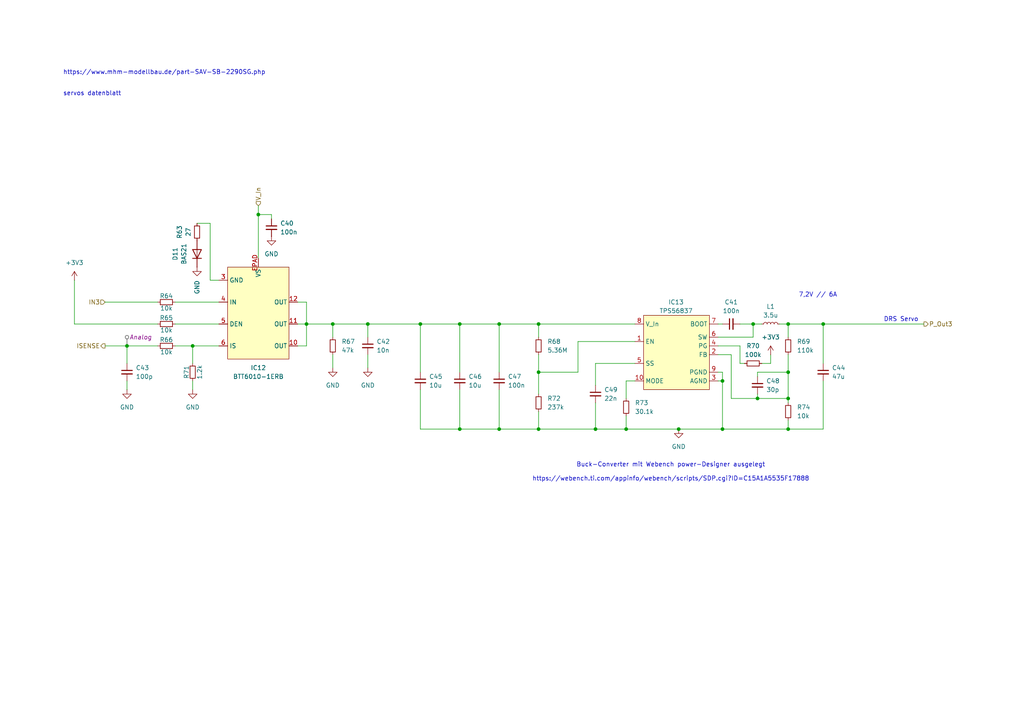
<source format=kicad_sch>
(kicad_sch (version 20231120) (generator "eeschema") (generator_version "8.0")
  (paper "A4")
  (title_block (title "PDU FT25") (date "2024-11-18") (rev "V1.0") (company "Janek Herm") (comment 1 "FaSTTUBe Electronics"))
  (lib_symbols
    (symbol "Device:C_Small" (pin_numbers hide) (pin_names (offset 0.254) hide)
      (property "Reference" "C" (at 0.254 1.778 0))
      (property "Value" "C_Small" (at 0.254 -2.032 0))
      (symbol "C_Small_0_1"
        (polyline (pts (xy -1.524 -0.508) (xy 1.524 -0.508)) (stroke (width 0.3302)))
        (polyline (pts (xy -1.524 0.508) (xy 1.524 0.508)) (stroke (width 0.3048)))
      )
      (symbol "C_Small_1_1"
        (pin passive line (at 0 2.54 270) (length 2.032) (name "~") (number "1"))
        (pin passive line (at 0 -2.54 90) (length 2.032) (name "~") (number "2"))
      )
    )
    (symbol "Device:L_Small" (pin_numbers hide) (pin_names (offset 0.254) hide)
      (property "Reference" "L" (at 0.762 1.016 0))
      (property "Value" "L_Small" (at 0.762 -1.016 0))
      (symbol "L_Small_0_1"
        (arc (start 0 -2.032) (mid 0.5058 -1.524) (end 0 -1.016))
        (arc (start 0 -1.016) (mid 0.5058 -0.508) (end 0 0))
        (arc (start 0 0) (mid 0.5058 0.508) (end 0 1.016))
        (arc (start 0 1.016) (mid 0.5058 1.524) (end 0 2.032))
      )
      (symbol "L_Small_1_1"
        (pin passive line (at 0 2.54 270) (length 0.508) (name "~") (number "1"))
        (pin passive line (at 0 -2.54 90) (length 0.508) (name "~") (number "2"))
      )
    )
    (symbol "Device:R_Small" (pin_numbers hide) (pin_names (offset 0.254) hide)
      (property "Reference" "R" (at 0.762 0.508 0))
      (property "Value" "R_Small" (at 0.762 -1.016 0))
      (symbol "R_Small_0_1"
        (rectangle (start -0.762 1.778) (end 0.762 -1.778) (stroke (width 0.2032)))
      )
      (symbol "R_Small_1_1"
        (pin passive line (at 0 2.54 270) (length 0.762) (name "~") (number "1"))
        (pin passive line (at 0 -2.54 90) (length 0.762) (name "~") (number "2"))
      )
    )
    (symbol "Diode:BAS21" (pin_numbers hide) (pin_names hide)
      (property "Reference" "D" (at 0 2.54 0))
      (property "Value" "BAS21" (at 0 -2.54 0))
      (symbol "BAS21_0_1"
        (polyline (pts (xy -1.27 1.27) (xy -1.27 -1.27)) (stroke (width 0.254)))
        (polyline (pts (xy 1.27 0) (xy -1.27 0)))
        (polyline (pts (xy 1.27 1.27) (xy 1.27 -1.27) (xy -1.27 0) (xy 1.27 1.27)) (stroke (width 0.254)))
      )
      (symbol "BAS21_1_1"
        (pin passive line (at 3.81 0 180) (length 2.54) (name "A") (number "1"))
        (pin no_connect line (at -1.27 0 0) (length 2.54) hide (name "NC") (number "2"))
        (pin passive line (at -3.81 0 0) (length 2.54) (name "K") (number "3"))
      )
    )
    (symbol "FaSTTUBe_Power-Switches:BTT6010-1ERB"
      (property "Reference" "IC" (at 0.254 -28.956 0))
      (property "Value" "BTT6010-1ERB" (at 0.508 -30.734 0))
      (symbol "BTT6010-1ERB_1_1"
        (rectangle (start -8.89 -1.27) (end 8.89 -27.94) (fill (type background)))
        (pin passive line (at 11.43 -24.13 180) (length 2.54) (name "OUT") (number "10"))
        (pin passive line (at 11.43 -17.78 180) (length 2.54) (name "OUT") (number "11"))
        (pin power_out line (at 11.43 -11.43 180) (length 2.54) (name "OUT") (number "12"))
        (pin output line (at -11.43 -5.08 0) (length 2.54) (name "GND") (number "3"))
        (pin input line (at -11.43 -11.43 0) (length 2.54) (name "IN") (number "4"))
        (pin input line (at -11.43 -17.78 0) (length 2.54) (name "DEN") (number "5"))
        (pin output line (at -11.43 -24.13 0) (length 2.54) (name "IS") (number "6"))
        (pin input line (at 0 1.27 270) (length 2.54) (name "VS") (number "EPAD"))
      )
    )
    (symbol "FaSTTUBe_Voltage_Regulators:TPS56837"
      (property "Reference" "IC" (at -3.556 10.922 0))
      (property "Value" "TPS56837" (at -3.302 8.636 0))
      (symbol "TPS56837_1_1"
        (rectangle (start -12.7 7.62) (end 6.35 -13.97) (fill (type background)))
        (pin input line (at -15.24 0 0) (length 2.54) (name "EN") (number "1"))
        (pin input line (at -15.24 -11.43 0) (length 2.54) (name "MODE") (number "10"))
        (pin input line (at 8.89 -3.81 180) (length 2.54) (name "FB") (number "2"))
        (pin input line (at 8.89 -11.43 180) (length 2.54) (name "AGND") (number "3"))
        (pin input line (at 8.89 -1.27 180) (length 2.54) (name "PG") (number "4"))
        (pin input line (at -15.24 -6.35 0) (length 2.54) (name "SS") (number "5"))
        (pin input line (at 8.89 1.27 180) (length 2.54) (name "SW") (number "6"))
        (pin input line (at 8.89 5.08 180) (length 2.54) (name "BOOT") (number "7"))
        (pin input line (at -15.24 5.08 0) (length 2.54) (name "V_In") (number "8"))
        (pin input line (at 8.89 -8.89 180) (length 2.54) (name "PGND") (number "9"))
      )
    )
    (symbol "power:+3.3V" (power) (pin_numbers hide) (pin_names (offset 0) hide)
      (property "Value" "+3.3V" (at 0 3.556 0))
      (symbol "+3.3V_0_1"
        (polyline (pts (xy -0.762 1.27) (xy 0 2.54)))
        (polyline (pts (xy 0 0) (xy 0 2.54)))
        (polyline (pts (xy 0 2.54) (xy 0.762 1.27)))
      )
      (symbol "+3.3V_1_1"
        (pin power_in line (at 0 0 90) (length 0) (name "~") (number "1"))
      )
    )
    (symbol "power:GND" (power) (pin_numbers hide) (pin_names (offset 0) hide)
      (property "Value" "GND" (at 0 -3.81 0))
      (symbol "GND_0_1"
        (polyline (pts (xy 0 0) (xy 0 -1.27) (xy 1.27 -1.27) (xy 0 -2.54) (xy -1.27 -1.27) (xy 0 -1.27)))
      )
      (symbol "GND_1_1"
        (pin power_in line (at 0 0 270) (length 0) (name "~") (number "1"))
      )
    )
  )
  (junction (at 156.21 124.46))
  (junction (at 133.35 93.98))
  (junction (at 181.61 124.46))
  (junction (at 218.44 93.98))
  (junction (at 96.52 93.98))
  (junction (at 121.92 93.98))
  (junction (at 238.76 93.98))
  (junction (at 144.78 93.98))
  (junction (at 219.71 115.57))
  (junction (at 228.6 93.98))
  (junction (at 156.21 107.95))
  (junction (at 209.55 110.49))
  (junction (at 74.93 62.23))
  (junction (at 55.88 100.33))
  (junction (at 106.68 93.98))
  (junction (at 144.78 124.46))
  (junction (at 133.35 124.46))
  (junction (at 228.6 124.46))
  (junction (at 36.83 100.33))
  (junction (at 172.72 124.46))
  (junction (at 196.85 124.46))
  (junction (at 156.21 93.98))
  (junction (at 209.55 124.46))
  (junction (at 228.6 107.95))
  (junction (at 228.6 115.57))
  (junction (at 88.9 93.98))
  (wire (pts (xy 50.8 87.63) (xy 63.5 87.63)))
  (wire (pts (xy 228.6 93.98) (xy 238.76 93.98)))
  (wire (pts (xy 228.6 93.98) (xy 228.6 97.79)))
  (wire (pts (xy 133.35 124.46) (xy 144.78 124.46)))
  (wire (pts (xy 219.71 115.57) (xy 228.6 115.57)))
  (wire (pts (xy 121.92 124.46) (xy 133.35 124.46)))
  (wire (pts (xy 208.28 100.33) (xy 214.63 100.33)))
  (wire (pts (xy 133.35 113.03) (xy 133.35 124.46)))
  (wire (pts (xy 228.6 107.95) (xy 228.6 115.57)))
  (wire (pts (xy 219.71 115.57) (xy 219.71 114.3)))
  (wire (pts (xy 156.21 93.98) (xy 156.21 97.79)))
  (wire (pts (xy 172.72 105.41) (xy 172.72 111.76)))
  (wire (pts (xy 60.96 64.77) (xy 60.96 81.28)))
  (wire (pts (xy 156.21 124.46) (xy 172.72 124.46)))
  (wire (pts (xy 96.52 102.87) (xy 96.52 106.68)))
  (wire (pts (xy 208.28 110.49) (xy 209.55 110.49)))
  (wire (pts (xy 106.68 102.87) (xy 106.68 106.68)))
  (wire (pts (xy 88.9 93.98) (xy 96.52 93.98)))
  (wire (pts (xy 208.28 93.98) (xy 209.55 93.98)))
  (wire (pts (xy 55.88 100.33) (xy 55.88 105.41)))
  (wire (pts (xy 60.96 64.77) (xy 57.15 64.77)))
  (wire (pts (xy 30.48 87.63) (xy 45.72 87.63)))
  (wire (pts (xy 156.21 102.87) (xy 156.21 107.95)))
  (wire (pts (xy 88.9 87.63) (xy 88.9 93.98)))
  (wire (pts (xy 50.8 93.98) (xy 63.5 93.98)))
  (wire (pts (xy 228.6 121.92) (xy 228.6 124.46)))
  (wire (pts (xy 212.09 115.57) (xy 219.71 115.57)))
  (wire (pts (xy 184.15 105.41) (xy 172.72 105.41)))
  (wire (pts (xy 121.92 113.03) (xy 121.92 124.46)))
  (wire (pts (xy 86.36 100.33) (xy 88.9 100.33)))
  (wire (pts (xy 106.68 93.98) (xy 121.92 93.98)))
  (wire (pts (xy 167.64 99.06) (xy 167.64 107.95)))
  (wire (pts (xy 156.21 93.98) (xy 184.15 93.98)))
  (wire (pts (xy 209.55 124.46) (xy 228.6 124.46)))
  (wire (pts (xy 181.61 124.46) (xy 196.85 124.46)))
  (wire (pts (xy 167.64 107.95) (xy 156.21 107.95)))
  (wire (pts (xy 172.72 124.46) (xy 181.61 124.46)))
  (wire (pts (xy 209.55 107.95) (xy 209.55 110.49)))
  (wire (pts (xy 50.8 100.33) (xy 55.88 100.33)))
  (wire (pts (xy 144.78 124.46) (xy 156.21 124.46)))
  (wire (pts (xy 55.88 100.33) (xy 63.5 100.33)))
  (wire (pts (xy 220.98 105.41) (xy 223.52 105.41)))
  (wire (pts (xy 209.55 110.49) (xy 209.55 124.46)))
  (wire (pts (xy 78.74 62.23) (xy 74.93 62.23)))
  (wire (pts (xy 36.83 100.33) (xy 45.72 100.33)))
  (wire (pts (xy 196.85 124.46) (xy 209.55 124.46)))
  (wire (pts (xy 214.63 100.33) (xy 214.63 105.41)))
  (wire (pts (xy 74.93 59.69) (xy 74.93 62.23)))
  (wire (pts (xy 36.83 100.33) (xy 36.83 105.41)))
  (wire (pts (xy 184.15 110.49) (xy 181.61 110.49)))
  (wire (pts (xy 208.28 107.95) (xy 209.55 107.95)))
  (wire (pts (xy 208.28 102.87) (xy 212.09 102.87)))
  (wire (pts (xy 238.76 110.49) (xy 238.76 124.46)))
  (wire (pts (xy 220.98 93.98) (xy 218.44 93.98)))
  (wire (pts (xy 238.76 93.98) (xy 238.76 105.41)))
  (wire (pts (xy 156.21 107.95) (xy 156.21 114.3)))
  (wire (pts (xy 212.09 102.87) (xy 212.09 115.57)))
  (wire (pts (xy 86.36 87.63) (xy 88.9 87.63)))
  (wire (pts (xy 238.76 93.98) (xy 267.97 93.98)))
  (wire (pts (xy 219.71 107.95) (xy 228.6 107.95)))
  (wire (pts (xy 121.92 93.98) (xy 121.92 107.95)))
  (wire (pts (xy 144.78 93.98) (xy 144.78 107.95)))
  (wire (pts (xy 223.52 105.41) (xy 223.52 102.87)))
  (wire (pts (xy 228.6 102.87) (xy 228.6 107.95)))
  (wire (pts (xy 30.48 100.33) (xy 36.83 100.33)))
  (wire (pts (xy 144.78 113.03) (xy 144.78 124.46)))
  (wire (pts (xy 218.44 97.79) (xy 218.44 93.98)))
  (wire (pts (xy 156.21 119.38) (xy 156.21 124.46)))
  (wire (pts (xy 214.63 105.41) (xy 215.9 105.41)))
  (wire (pts (xy 214.63 93.98) (xy 218.44 93.98)))
  (wire (pts (xy 181.61 110.49) (xy 181.61 115.57)))
  (wire (pts (xy 106.68 93.98) (xy 106.68 97.79)))
  (wire (pts (xy 228.6 124.46) (xy 238.76 124.46)))
  (wire (pts (xy 219.71 107.95) (xy 219.71 109.22)))
  (wire (pts (xy 96.52 93.98) (xy 106.68 93.98)))
  (wire (pts (xy 21.59 93.98) (xy 21.59 81.28)))
  (wire (pts (xy 96.52 93.98) (xy 96.52 97.79)))
  (wire (pts (xy 133.35 93.98) (xy 133.35 107.95)))
  (wire (pts (xy 121.92 93.98) (xy 133.35 93.98)))
  (wire (pts (xy 184.15 99.06) (xy 167.64 99.06)))
  (wire (pts (xy 74.93 62.23) (xy 74.93 74.93)))
  (wire (pts (xy 86.36 93.98) (xy 88.9 93.98)))
  (wire (pts (xy 228.6 115.57) (xy 228.6 116.84)))
  (wire (pts (xy 36.83 110.49) (xy 36.83 113.03)))
  (wire (pts (xy 208.28 97.79) (xy 218.44 97.79)))
  (wire (pts (xy 226.06 93.98) (xy 228.6 93.98)))
  (wire (pts (xy 181.61 120.65) (xy 181.61 124.46)))
  (wire (pts (xy 88.9 100.33) (xy 88.9 93.98)))
  (wire (pts (xy 78.74 62.23) (xy 78.74 63.5)))
  (wire (pts (xy 21.59 93.98) (xy 45.72 93.98)))
  (wire (pts (xy 133.35 93.98) (xy 144.78 93.98)))
  (wire (pts (xy 55.88 110.49) (xy 55.88 113.03)))
  (wire (pts (xy 60.96 81.28) (xy 63.5 81.28)))
  (wire (pts (xy 172.72 116.84) (xy 172.72 124.46)))
  (wire (pts (xy 144.78 93.98) (xy 156.21 93.98)))
  (text "https://www.mhm-modellbau.de/part-SAV-SB-2290SG.php\n\n\nservos datenblatt" (at 18.288 27.94 0) (effects (font (size 1.27 1.27)) (justify left bottom)))
  (text "7,2V // 6A" (at 237.236 85.598 0) (effects (font (size 1.27 1.27))))
  (text "Buck-Converter mit Webench power-Designer ausgelegt\n\nhttps://webench.ti.com/appinfo/webench/scripts/SDP.cgi?ID=C15A1A5535F17888" (at 194.564 136.906 0) (effects (font (size 1.27 1.27))))
  (text "DRS Servo" (at 261.366 92.71 0) (effects (font (size 1.27 1.27))))
  (hierarchical_label "P_Out3" (shape output) (at 267.97 93.98 0))
  (hierarchical_label "ISENSE" (shape output) (at 30.48 100.33 180))
  (hierarchical_label "V_In" (shape input) (at 74.93 59.69 90))
  (hierarchical_label "IN3" (shape input) (at 30.48 87.63 180))
  (netclass_flag "" (length 2.54) (shape round) (at 36.83 100.33 0) (property "Netclass" "Analog" (at 37.5285 97.79 0) (effects (font (italic yes)) (justify left))))
  (symbol (lib_id "Device:C_Small") (at 219.71 111.76 0) (unit 1)
    (property "Reference" "C48" (at 222.25 110.4962 0) (effects (justify left)))
    (property "Value" "30p" (at 222.25 113.0362 0) (effects (justify left)))
    (property "Footprint" "Capacitor_SMD:C_0603_1608Metric_Pad1.08x0.95mm_HandSolder" (effects (hide yes)))
    (property "Description" "Unpolarized capacitor, small symbol" (effects (hide yes)))
  )
  (symbol (lib_id "Device:R_Small") (at 57.15 67.31 180) (unit 1)
    (property "Reference" "R63" (at 52.07 67.31 90))
    (property "Value" "27" (at 54.61 67.31 90))
    (property "Footprint" "Resistor_SMD:R_0603_1608Metric_Pad0.98x0.95mm_HandSolder" (effects (hide yes)))
    (property "Description" "Resistor, small symbol" (effects (hide yes)))
  )
  (symbol (lib_id "Device:R_Small") (at 156.21 100.33 0) (unit 1)
    (property "Reference" "R68" (at 158.75 99.0599 0) (effects (justify left)))
    (property "Value" "5.36M" (at 158.75 101.5999 0) (effects (justify left)))
    (property "Footprint" "Resistor_SMD:R_0603_1608Metric_Pad0.98x0.95mm_HandSolder" (effects (hide yes)))
    (property "Description" "Resistor, small symbol" (effects (hide yes)))
  )
  (symbol (lib_id "Device:C_Small") (at 144.78 110.49 0) (unit 1)
    (property "Reference" "C47" (at 147.32 109.2262 0) (effects (justify left)))
    (property "Value" "100n" (at 147.32 111.7662 0) (effects (justify left)))
    (property "Footprint" "Capacitor_SMD:C_0805_2012Metric_Pad1.18x1.45mm_HandSolder" (effects (hide yes)))
    (property "Description" "Unpolarized capacitor, small symbol" (effects (hide yes)))
  )
  (symbol (lib_id "power:GND") (at 36.83 113.03 0) (unit 1)
    (property "Reference" "#PWR0102" (effects (hide yes)))
    (property "Value" "GND" (at 36.83 118.11 0))
    (property "Description" "Power symbol creates a global label with name \"GND\" , ground" (effects (hide yes)))
  )
  (symbol (lib_id "Device:C_Small") (at 121.92 110.49 0) (unit 1)
    (property "Reference" "C45" (at 124.46 109.2262 0) (effects (justify left)))
    (property "Value" "10u" (at 124.46 111.7662 0) (effects (justify left)))
    (property "Footprint" "Capacitor_SMD:C_1210_3225Metric_Pad1.33x2.70mm_HandSolder" (effects (hide yes)))
    (property "Description" "Unpolarized capacitor, small symbol" (effects (hide yes)))
  )
  (symbol (lib_id "Device:R_Small") (at 48.26 100.33 270) (unit 1)
    (property "Reference" "R66" (at 48.26 98.552 90))
    (property "Value" "10k" (at 48.26 102.108 90))
    (property "Footprint" "Resistor_SMD:R_0603_1608Metric_Pad0.98x0.95mm_HandSolder" (effects (hide yes)))
    (property "Description" "Resistor, small symbol" (effects (hide yes)))
  )
  (symbol (lib_id "power:GND") (at 106.68 106.68 0) (unit 1)
    (property "Reference" "#PWR0101" (effects (hide yes)))
    (property "Value" "GND" (at 106.68 111.76 0))
    (property "Description" "Power symbol creates a global label with name \"GND\" , ground" (effects (hide yes)))
  )
  (symbol (lib_id "Device:L_Small") (at 223.52 93.98 90) (unit 1)
    (property "Reference" "L1" (at 223.52 88.9 90))
    (property "Value" "3.5u" (at 223.52 91.44 90))
    (property "Footprint" "WE-PD:WE-PD_1260_1245_1280_121054" (effects (hide yes)))
    (property "Datasheet" "https://www.we-online.com/components/products/datasheet/7447709003.pdf" (effects (hide yes)))
    (property "Description" "Inductor, small symbol" (effects (hide yes)))
  )
  (symbol (lib_id "Device:C_Small") (at 133.35 110.49 0) (unit 1)
    (property "Reference" "C46" (at 135.89 109.2262 0) (effects (justify left)))
    (property "Value" "10u" (at 135.89 111.7662 0) (effects (justify left)))
    (property "Footprint" "Capacitor_SMD:C_1210_3225Metric_Pad1.33x2.70mm_HandSolder" (effects (hide yes)))
    (property "Description" "Unpolarized capacitor, small symbol" (effects (hide yes)))
  )
  (symbol (lib_id "power:GND") (at 55.88 113.03 0) (unit 1)
    (property "Reference" "#PWR0103" (effects (hide yes)))
    (property "Value" "GND" (at 55.88 118.11 0))
    (property "Description" "Power symbol creates a global label with name \"GND\" , ground" (effects (hide yes)))
  )
  (symbol (lib_id "power:+3.3V") (at 21.59 81.28 0) (unit 1)
    (property "Reference" "#PWR098" (effects (hide yes)))
    (property "Value" "+3V3" (at 21.59 76.2 0))
    (property "Description" "Power symbol creates a global label with name \"+3.3V\"" (effects (hide yes)))
  )
  (symbol (lib_id "Device:R_Small") (at 228.6 119.38 0) (unit 1)
    (property "Reference" "R74" (at 231.14 118.1099 0) (effects (justify left)))
    (property "Value" "10k" (at 231.14 120.6499 0) (effects (justify left)))
    (property "Footprint" "Resistor_SMD:R_0603_1608Metric_Pad0.98x0.95mm_HandSolder" (effects (hide yes)))
    (property "Description" "Resistor, small symbol" (effects (hide yes)))
  )
  (symbol (lib_id "Device:R_Small") (at 48.26 93.98 270) (unit 1)
    (property "Reference" "R65" (at 48.26 92.202 90))
    (property "Value" "10k" (at 48.26 95.758 90))
    (property "Footprint" "Resistor_SMD:R_0603_1608Metric_Pad0.98x0.95mm_HandSolder" (effects (hide yes)))
    (property "Description" "Resistor, small symbol" (effects (hide yes)))
  )
  (symbol (lib_id "Device:C_Small") (at 78.74 66.04 0) (unit 1)
    (property "Reference" "C40" (at 81.28 64.7762 0) (effects (justify left)))
    (property "Value" "100n" (at 81.28 67.3162 0) (effects (justify left)))
    (property "Footprint" "Capacitor_SMD:C_0603_1608Metric_Pad1.08x0.95mm_HandSolder" (effects (hide yes)))
    (property "Description" "Unpolarized capacitor, small symbol" (effects (hide yes)))
  )
  (symbol (lib_id "Device:C_Small") (at 212.09 93.98 90) (unit 1)
    (property "Reference" "C41" (at 212.0963 87.63 90))
    (property "Value" "100n" (at 212.0963 90.17 90))
    (property "Footprint" "Capacitor_SMD:C_0402_1005Metric_Pad0.74x0.62mm_HandSolder" (effects (hide yes)))
    (property "Description" "Unpolarized capacitor, small symbol" (effects (hide yes)))
  )
  (symbol (lib_id "Device:R_Small") (at 218.44 105.41 90) (unit 1)
    (property "Reference" "R70" (at 218.44 100.33 90))
    (property "Value" "100k" (at 218.44 102.87 90))
    (property "Footprint" "Resistor_SMD:R_0603_1608Metric_Pad0.98x0.95mm_HandSolder" (effects (hide yes)))
    (property "Description" "Resistor, small symbol" (effects (hide yes)))
  )
  (symbol (lib_id "Diode:BAS21") (at 57.15 73.66 90) (unit 1)
    (property "Reference" "D11" (at 50.8 73.66 0))
    (property "Value" "BAS21" (at 53.34 73.66 0))
    (property "Footprint" "Package_TO_SOT_SMD:SOT-23" (effects (hide yes)))
    (property "Datasheet" "https://www.diodes.com/assets/Datasheets/Ds12004.pdf" (effects (hide yes)))
    (property "Description" "250V, 0.4A, High-speed Switching Diode, SOT-23" (effects (hide yes)))
  )
  (symbol (lib_id "power:GND") (at 196.85 124.46 0) (unit 1)
    (property "Reference" "#PWR0104" (effects (hide yes)))
    (property "Value" "GND" (at 196.85 129.54 0))
    (property "Description" "Power symbol creates a global label with name \"GND\" , ground" (effects (hide yes)))
  )
  (symbol (lib_id "Device:R_Small") (at 96.52 100.33 0) (unit 1)
    (property "Reference" "R67" (at 99.06 99.0599 0) (effects (justify left)))
    (property "Value" "47k" (at 99.06 101.5999 0) (effects (justify left)))
    (property "Footprint" "Resistor_SMD:R_0603_1608Metric_Pad0.98x0.95mm_HandSolder" (effects (hide yes)))
    (property "Description" "Resistor, small symbol" (effects (hide yes)))
  )
  (symbol (lib_id "Device:R_Small") (at 48.26 87.63 270) (unit 1)
    (property "Reference" "R64" (at 48.26 85.852 90))
    (property "Value" "10k" (at 48.26 89.408 90))
    (property "Footprint" "Resistor_SMD:R_0603_1608Metric_Pad0.98x0.95mm_HandSolder" (effects (hide yes)))
    (property "Description" "Resistor, small symbol" (effects (hide yes)))
  )
  (symbol (lib_id "Device:C_Small") (at 238.76 107.95 0) (unit 1)
    (property "Reference" "C44" (at 241.3 106.6862 0) (effects (justify left)))
    (property "Value" "47u" (at 241.3 109.2262 0) (effects (justify left)))
    (property "Footprint" "Capacitor_SMD:C_1210_3225Metric_Pad1.33x2.70mm_HandSolder" (effects (hide yes)))
    (property "Description" "Unpolarized capacitor, small symbol" (effects (hide yes)))
  )
  (symbol (lib_id "FaSTTUBe_Voltage_Regulators:TPS56837") (at 199.39 99.06 0) (unit 1)
    (property "Reference" "IC13" (at 196.088 87.63 0))
    (property "Value" "TPS56837" (at 196.088 90.17 0))
    (property "Footprint" "FaSTTUBe_Voltage_Regulators:RPA0010A-MFG" (effects (hide yes)))
    (property "Datasheet" "https://www.ti.com/lit/ds/symlink/tps56837.pdf?ts=1731338435977" (effects (hide yes)))
  )
  (symbol (lib_id "Device:R_Small") (at 228.6 100.33 0) (unit 1)
    (property "Reference" "R69" (at 231.14 99.0599 0) (effects (justify left)))
    (property "Value" "110k" (at 231.14 101.5999 0) (effects (justify left)))
    (property "Footprint" "Resistor_SMD:R_0603_1608Metric_Pad0.98x0.95mm_HandSolder" (effects (hide yes)))
    (property "Description" "Resistor, small symbol" (effects (hide yes)))
  )
  (symbol (lib_id "Device:R_Small") (at 181.61 118.11 0) (unit 1)
    (property "Reference" "R73" (at 184.15 116.8399 0) (effects (justify left)))
    (property "Value" "30.1k" (at 184.15 119.3799 0) (effects (justify left)))
    (property "Footprint" "Resistor_SMD:R_0603_1608Metric_Pad0.98x0.95mm_HandSolder" (effects (hide yes)))
    (property "Description" "Resistor, small symbol" (effects (hide yes)))
  )
  (symbol (lib_id "power:GND") (at 78.74 68.58 0) (unit 1)
    (property "Reference" "#PWR096" (effects (hide yes)))
    (property "Value" "GND" (at 78.74 73.66 0))
    (property "Description" "Power symbol creates a global label with name \"GND\" , ground" (effects (hide yes)))
  )
  (symbol (lib_id "FaSTTUBe_Power-Switches:BTT6010-1ERB") (at 74.93 76.2 0) (unit 1)
    (property "Reference" "IC12" (at 74.93 106.68 0))
    (property "Value" "BTT6010-1ERB" (at 74.93 109.22 0))
    (property "Footprint" "BTT6010-1ERB:SOIC14_BTT6010-1ERB_INF" (effects (hide yes)))
    (property "Datasheet" "https://www.infineon.com/dgdl/Infineon-BTT6010-1ERB-DS-v01_00-EN.pdf?fileId=5546d46269e1c019016a21e80b080d7a" (effects (hide yes)))
  )
  (symbol (lib_id "power:GND") (at 96.52 106.68 0) (unit 1)
    (property "Reference" "#PWR0100" (effects (hide yes)))
    (property "Value" "GND" (at 96.52 111.76 0))
    (property "Description" "Power symbol creates a global label with name \"GND\" , ground" (effects (hide yes)))
  )
  (symbol (lib_id "Device:R_Small") (at 156.21 116.84 0) (unit 1)
    (property "Reference" "R72" (at 158.75 115.5699 0) (effects (justify left)))
    (property "Value" "237k" (at 158.75 118.1099 0) (effects (justify left)))
    (property "Footprint" "Resistor_SMD:R_0603_1608Metric_Pad0.98x0.95mm_HandSolder" (effects (hide yes)))
    (property "Description" "Resistor, small symbol" (effects (hide yes)))
  )
  (symbol (lib_id "power:+3.3V") (at 223.52 102.87 0) (unit 1)
    (property "Reference" "#PWR099" (effects (hide yes)))
    (property "Value" "+3V3" (at 223.52 97.79 0))
    (property "Description" "Power symbol creates a global label with name \"+3.3V\"" (effects (hide yes)))
  )
  (symbol (lib_id "Device:R_Small") (at 55.88 107.95 0) (unit 1)
    (property "Reference" "R71" (at 54.102 107.95 90))
    (property "Value" "1.2k" (at 57.912 107.95 90))
    (property "Footprint" "Resistor_SMD:R_0603_1608Metric_Pad0.98x0.95mm_HandSolder" (effects (hide yes)))
    (property "Description" "Resistor, small symbol" (effects (hide yes)))
  )
  (symbol (lib_id "Device:C_Small") (at 106.68 100.33 0) (unit 1)
    (property "Reference" "C42" (at 109.22 99.0662 0) (effects (justify left)))
    (property "Value" "10n" (at 109.22 101.6062 0) (effects (justify left)))
    (property "Footprint" "Capacitor_SMD:C_0603_1608Metric_Pad1.08x0.95mm_HandSolder" (effects (hide yes)))
    (property "Description" "Unpolarized capacitor, small symbol" (effects (hide yes)))
  )
  (symbol (lib_id "Device:C_Small") (at 172.72 114.3 0) (unit 1)
    (property "Reference" "C49" (at 175.26 113.0362 0) (effects (justify left)))
    (property "Value" "22n" (at 175.26 115.5762 0) (effects (justify left)))
    (property "Footprint" "Capacitor_SMD:C_0402_1005Metric_Pad0.74x0.62mm_HandSolder" (effects (hide yes)))
    (property "Description" "Unpolarized capacitor, small symbol" (effects (hide yes)))
  )
  (symbol (lib_id "Device:C_Small") (at 36.83 107.95 0) (unit 1)
    (property "Reference" "C43" (at 39.37 106.6862 0) (effects (justify left)))
    (property "Value" "100p" (at 39.37 109.2262 0) (effects (justify left)))
    (property "Footprint" "Capacitor_SMD:C_0603_1608Metric_Pad1.08x0.95mm_HandSolder" (effects (hide yes)))
    (property "Description" "Unpolarized capacitor, small symbol" (effects (hide yes)))
  )
  (symbol (lib_id "power:GND") (at 57.15 77.47 0) (unit 1)
    (property "Reference" "#PWR097" (effects (hide yes)))
    (property "Value" "GND" (at 57.1499 81.28 90) (effects (justify right)))
    (property "Description" "Power symbol creates a global label with name \"GND\" , ground" (effects (hide yes)))
  )
)
</source>
